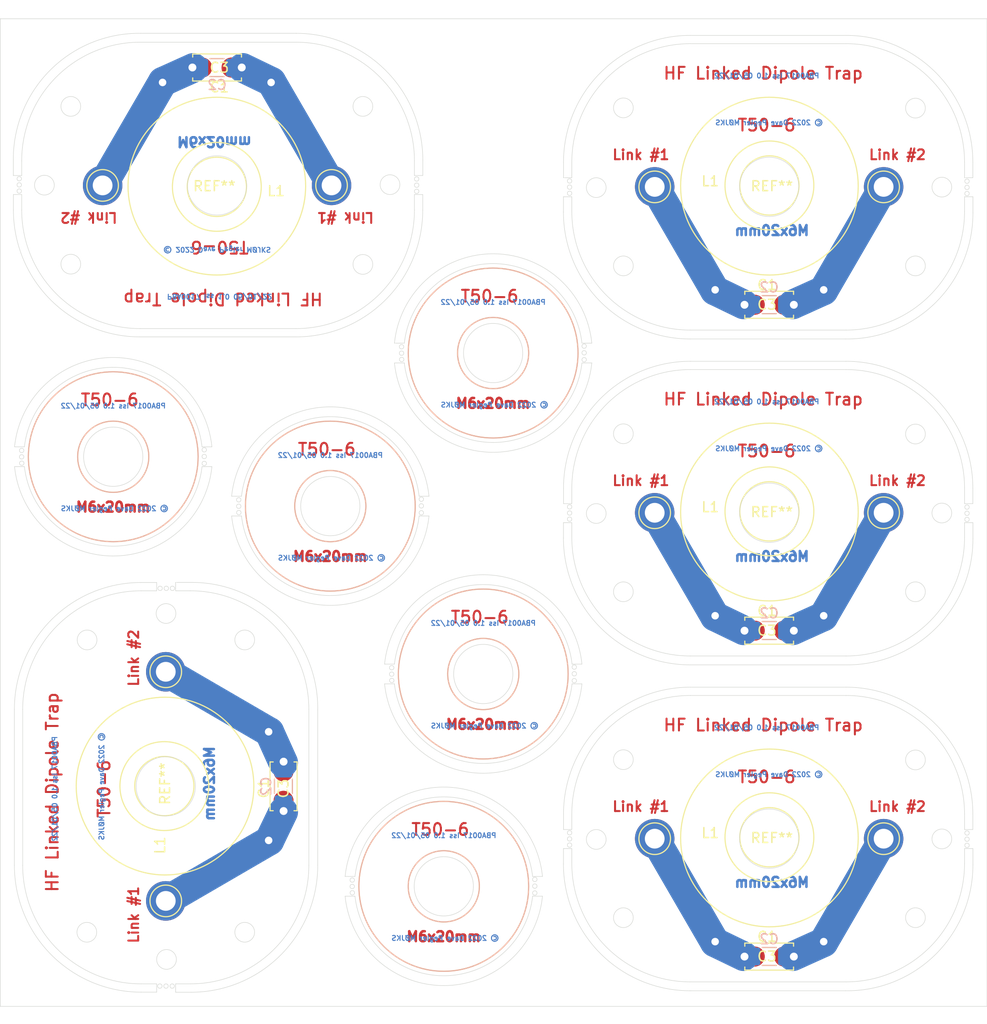
<source format=kicad_pcb>
(kicad_pcb (version 20211014) (generator pcbnew)
  (title_block (title "PBA0006 T94-6 Linked dipole trap") (date "22/9/21") (rev "1.0"))
  (layers (0 "F.Cu" signal) (31 "B.Cu" signal) (34 "B.Paste" user) (35 "F.Paste" user) (36 "B.SilkS" user "B.Silkscreen") (37 "F.SilkS" user "F.Silkscreen") (38 "B.Mask" user) (39 "F.Mask" user) (44 "Edge.Cuts" user))
  (net 0 "")
  (net 1 "Net-(C1-Pad2)")
  (net 2 "Net-(C1-Pad1)")
  (footprint "Connector_Pin:Pin_D1.3mm_L11.0mm" (layer "F.Cu") (at 158.625 55.075)
    (fp_text reference "H2" (at 0 0) (layer "F.SilkS"))
    (fp_text value "MountingHole_Pad")
    (pad "1" thru_hole circle locked (at 0 0) (size 4 4) (drill 2) (layers *.Cu *.Mask) (net 1 "Net-(C1-Pad2)"))
  )
  (footprint "Connector_Pin:Pin_D1.3mm_L11.0mm" (layer "F.Cu") (at 181.825 55.075)
    (fp_text reference "H4" (at 0 0) (layer "F.SilkS"))
    (fp_text value "MountingHole_Pad")
    (pad "1" thru_hole circle locked (at 0 0) (size 4 4) (drill 2) (layers *.Cu *.Mask) (net 2 "Net-(C1-Pad1)"))
  )
  (footprint "Capacitor_THT:C_Disc_D4.7mm_W2.5mm_P5.00mm" (layer "F.Cu") (at 172.725 67.015 180)
    (fp_text reference "C1" (at 2.725 2.015) (layer "F.SilkS"))
    (fp_text value "DNF")
    (pad "1" thru_hole circle locked (at 0 0 180) (size 1.6 1.6) (drill 0.8) (layers *.Cu *.Mask) (net 2 "Net-(C1-Pad1)"))
    (pad "2" thru_hole circle locked (at 5 0 180) (size 1.6 1.6) (drill 0.8) (layers *.Cu *.Mask) (net 1 "Net-(C1-Pad2)"))
  )
  (footprint "Butterworth-3-pole:L_Toroid_Horizontal_D18.0mm_P9.00mm_T50-6" (layer "F.Cu") (at 170.25 73.5)
    (fp_text reference "L1" (at -6 -19) (layer "F.SilkS"))
    (fp_text value "Device_L")
    (fp_text user "REF**" (at 0.25 -18.5) (layer "F.SilkS"))
    (pad "1" thru_hole circle locked (at -5.5 -8) (size 2.5 2.5) (drill 0.762) (layers *.Cu *.Mask) (net 1 "Net-(C1-Pad2)"))
    (pad "2" thru_hole circle locked (at 5.5 -8) (size 2.5 2.5) (drill 0.762) (layers *.Cu *.Mask) (net 2 "Net-(C1-Pad1)"))
  )
  (footprint "Capacitor_SMD:C_1206_3216Metric" (layer "F.Cu") (at 170.25 67 180)
    (fp_text reference "C3" (at 0.25 0) (layer "F.SilkS"))
    (fp_text value "100pF")
    (pad "1" smd roundrect locked (at -1.475 0 180) (size 1.15 1.8) (layers "F.Cu" "F.Paste" "F.Mask") (roundrect_rratio 0.2173904348) (net 2 "Net-(C1-Pad1)"))
    (pad "2" smd roundrect locked (at 1.475 0 180) (size 1.15 1.8) (layers "F.Cu" "F.Paste" "F.Mask") (roundrect_rratio 0.2173904348) (net 1 "Net-(C1-Pad2)"))
  )
  (footprint "Butterworth-3-pole:L_Toroid_Horizontal_D18.0mm_P9.00mm_T50-6" (layer "F.Cu") (at 170.25 139.5)
    (fp_text reference "L1" (at -6 -19) (layer "F.SilkS"))
    (fp_text value "Device_L")
    (fp_text user "REF**" (at 0.25 -18.5) (layer "F.SilkS"))
    (pad "1" thru_hole circle locked (at -5.5 -8) (size 2.5 2.5) (drill 0.762) (layers *.Cu *.Mask) (net 1 "Net-(C1-Pad2)"))
    (pad "2" thru_hole circle locked (at 5.5 -8) (size 2.5 2.5) (drill 0.762) (layers *.Cu *.Mask) (net 2 "Net-(C1-Pad1)"))
  )
  (footprint "Connector_Pin:Pin_D1.3mm_L11.0mm" (layer "F.Cu") (at 181.825 88.075)
    (fp_text reference "H4" (at 0 0) (layer "F.SilkS"))
    (fp_text value "MountingHole_Pad")
    (pad "1" thru_hole circle locked (at 0 0) (size 4 4) (drill 2) (layers *.Cu *.Mask) (net 2 "Net-(C1-Pad1)"))
  )
  (footprint "Connector_Pin:Pin_D1.3mm_L11.0mm" (layer "F.Cu") (at 158.625 88.075)
    (fp_text reference "H2" (at 0 0) (layer "F.SilkS"))
    (fp_text value "MountingHole_Pad")
    (pad "1" thru_hole circle locked (at 0 0) (size 4 4) (drill 2) (layers *.Cu *.Mask) (net 1 "Net-(C1-Pad2)"))
  )
  (footprint "Capacitor_SMD:C_1206_3216Metric" (layer "F.Cu") (at 170.25 100 180)
    (fp_text reference "C3" (at 0.25 0) (layer "F.SilkS"))
    (fp_text value "100pF")
    (pad "1" smd roundrect locked (at -1.475 0 180) (size 1.15 1.8) (layers "F.Cu" "F.Paste" "F.Mask") (roundrect_rratio 0.2173904348) (net 2 "Net-(C1-Pad1)"))
    (pad "2" smd roundrect locked (at 1.475 0 180) (size 1.15 1.8) (layers "F.Cu" "F.Paste" "F.Mask") (roundrect_rratio 0.2173904348) (net 1 "Net-(C1-Pad2)"))
  )
  (footprint "Butterworth-3-pole:L_Toroid_Horizontal_D18.0mm_P9.00mm_T50-6" (layer "F.Cu") (at 170.25 106.5)
    (fp_text reference "L1" (at -6 -19) (layer "F.SilkS"))
    (fp_text value "Device_L")
    (fp_text user "REF**" (at 0.25 -18.5) (layer "F.SilkS"))
    (pad "1" thru_hole circle locked (at -5.5 -8) (size 2.5 2.5) (drill 0.762) (layers *.Cu *.Mask) (net 1 "Net-(C1-Pad2)"))
    (pad "2" thru_hole circle locked (at 5.5 -8) (size 2.5 2.5) (drill 0.762) (layers *.Cu *.Mask) (net 2 "Net-(C1-Pad1)"))
  )
  (footprint "Capacitor_THT:C_Disc_D4.7mm_W2.5mm_P5.00mm" (layer "F.Cu") (at 172.725 100.015 180)
    (fp_text reference "C1" (at 2.725 2.015) (layer "F.SilkS"))
    (fp_text value "DNF")
    (pad "1" thru_hole circle locked (at 0 0 180) (size 1.6 1.6) (drill 0.8) (layers *.Cu *.Mask) (net 2 "Net-(C1-Pad1)"))
    (pad "2" thru_hole circle locked (at 5 0 180) (size 1.6 1.6) (drill 0.8) (layers *.Cu *.Mask) (net 1 "Net-(C1-Pad2)"))
  )
  (footprint "Capacitor_THT:C_Disc_D4.7mm_W2.5mm_P5.00mm" (layer "F.Cu") (at 172.725 133.015 180)
    (fp_text reference "C1" (at 2.725 2.015) (layer "F.SilkS"))
    (fp_text value "DNF")
    (pad "1" thru_hole circle locked (at 0 0 180) (size 1.6 1.6) (drill 0.8) (layers *.Cu *.Mask) (net 2 "Net-(C1-Pad1)"))
    (pad "2" thru_hole circle locked (at 5 0 180) (size 1.6 1.6) (drill 0.8) (layers *.Cu *.Mask) (net 1 "Net-(C1-Pad2)"))
  )
  (footprint "Capacitor_SMD:C_1206_3216Metric" (layer "F.Cu") (at 170.25 133 180)
    (fp_text reference "C3" (at 0.25 0) (layer "F.SilkS"))
    (fp_text value "100pF")
    (pad "1" smd roundrect locked (at -1.475 0 180) (size 1.15 1.8) (layers "F.Cu" "F.Paste" "F.Mask") (roundrect_rratio 0.2173904348) (net 2 "Net-(C1-Pad1)"))
    (pad "2" smd roundrect locked (at 1.475 0 180) (size 1.15 1.8) (layers "F.Cu" "F.Paste" "F.Mask") (roundrect_rratio 0.2173904348) (net 1 "Net-(C1-Pad2)"))
  )
  (footprint "Connector_Pin:Pin_D1.3mm_L11.0mm" (layer "F.Cu") (at 158.625 121.075)
    (fp_text reference "H2" (at 0 0) (layer "F.SilkS"))
    (fp_text value "MountingHole_Pad")
    (pad "1" thru_hole circle locked (at 0 0) (size 4 4) (drill 2) (layers *.Cu *.Mask) (net 1 "Net-(C1-Pad2)"))
  )
  (footprint "Connector_Pin:Pin_D1.3mm_L11.0mm" (layer "F.Cu") (at 181.825 121.075)
    (fp_text reference "H4" (at 0 0) (layer "F.SilkS"))
    (fp_text value "MountingHole_Pad")
    (pad "1" thru_hole circle locked (at 0 0) (size 4 4) (drill 2) (layers *.Cu *.Mask) (net 2 "Net-(C1-Pad1)"))
  )
  (footprint "Connector_Pin:Pin_D1.3mm_L11.0mm" (layer "F.Cu") (at 109.075 127.375 90)
    (fp_text reference "H2" (at 0 0 90) (layer "F.SilkS"))
    (fp_text value "MountingHole_Pad")
    (pad "1" thru_hole circle locked (at 0 0 90) (size 4 4) (drill 2) (layers *.Cu *.Mask) (net 1 "Net-(C1-Pad2)"))
  )
  (footprint "Connector_Pin:Pin_D1.3mm_L11.0mm" (layer "F.Cu") (at 109.075 104.175 90)
    (fp_text reference "H4" (at 0 0 90) (layer "F.SilkS"))
    (fp_text value "MountingHole_Pad")
    (pad "1" thru_hole circle locked (at 0 0 90) (size 4 4) (drill 2) (layers *.Cu *.Mask) (net 2 "Net-(C1-Pad1)"))
  )
  (footprint "Capacitor_THT:C_Disc_D4.7mm_W2.5mm_P5.00mm" (layer "F.Cu") (at 121.015 113.275 -90)
    (fp_text reference "C1" (at 2.725 2.015 90) (layer "F.SilkS"))
    (fp_text value "DNF")
    (pad "1" thru_hole circle locked (at 0 0 270) (size 1.6 1.6) (drill 0.8) (layers *.Cu *.Mask) (net 2 "Net-(C1-Pad1)"))
    (pad "2" thru_hole circle locked (at 5 0 270) (size 1.6 1.6) (drill 0.8) (layers *.Cu *.Mask) (net 1 "Net-(C1-Pad2)"))
  )
  (footprint "Butterworth-3-pole:L_Toroid_Horizontal_D18.0mm_P9.00mm_T50-6" (layer "F.Cu") (at 127.5 115.75 90)
    (fp_text reference "L1" (at -6 -19 90) (layer "F.SilkS"))
    (fp_text value "Device_L")
    (fp_text user "REF**" (at 0.25 -18.5 90) (layer "F.SilkS"))
    (pad "1" thru_hole circle locked (at -5.5 -8 90) (size 2.5 2.5) (drill 0.762) (layers *.Cu *.Mask) (net 1 "Net-(C1-Pad2)"))
    (pad "2" thru_hole circle locked (at 5.5 -8 90) (size 2.5 2.5) (drill 0.762) (layers *.Cu *.Mask) (net 2 "Net-(C1-Pad1)"))
  )
  (footprint "Capacitor_SMD:C_1206_3216Metric" (layer "F.Cu") (at 121 115.75 -90)
    (fp_text reference "C3" (at 0.25 0 90) (layer "F.SilkS"))
    (fp_text value "100pF")
    (pad "1" smd roundrect locked (at -1.475 0 270) (size 1.15 1.8) (layers "F.Cu" "F.Paste" "F.Mask") (roundrect_rratio 0.2173904348) (net 2 "Net-(C1-Pad1)"))
    (pad "2" smd roundrect locked (at 1.475 0 270) (size 1.15 1.8) (layers "F.Cu" "F.Paste" "F.Mask") (roundrect_rratio 0.2173904348) (net 1 "Net-(C1-Pad2)"))
  )
  (footprint "Connector_Pin:Pin_D1.3mm_L11.0mm" (layer "F.Cu") (at 125.875 54.925 180)
    (fp_text reference "H2" (at 0 0) (layer "F.SilkS"))
    (fp_text value "MountingHole_Pad")
    (pad "1" thru_hole circle locked (at 0 0 180) (size 4 4) (drill 2) (layers *.Cu *.Mask) (net 1 "Net-(C1-Pad2)"))
  )
  (footprint "Connector_Pin:Pin_D1.3mm_L11.0mm" (layer "F.Cu") (at 102.675 54.925 180)
    (fp_text reference "H4" (at 0 0) (layer "F.SilkS"))
    (fp_text value "MountingHole_Pad")
    (pad "1" thru_hole circle locked (at 0 0 180) (size 4 4) (drill 2) (layers *.Cu *.Mask) (net 2 "Net-(C1-Pad1)"))
  )
  (footprint "Capacitor_THT:C_Disc_D4.7mm_W2.5mm_P5.00mm" (layer "F.Cu") (at 111.775 42.985)
    (fp_text reference "C1" (at 2.725 2.015) (layer "F.SilkS"))
    (fp_text value "DNF")
    (pad "1" thru_hole circle locked (at 0 0) (size 1.6 1.6) (drill 0.8) (layers *.Cu *.Mask) (net 2 "Net-(C1-Pad1)"))
    (pad "2" thru_hole circle locked (at 5 0) (size 1.6 1.6) (drill 0.8) (layers *.Cu *.Mask) (net 1 "Net-(C1-Pad2)"))
  )
  (footprint "Butterworth-3-pole:L_Toroid_Horizontal_D18.0mm_P9.00mm_T50-6" (layer "F.Cu") (at 114.25 36.5 180)
    (fp_text reference "L1" (at -6 -19) (layer "F.SilkS"))
    (fp_text value "Device_L")
    (fp_text user "REF**" (at 0.25 -18.5) (layer "F.SilkS"))
    (pad "1" thru_hole circle locked (at -5.5 -8 180) (size 2.5 2.5) (drill 0.762) (layers *.Cu *.Mask) (net 1 "Net-(C1-Pad2)"))
    (pad "2" thru_hole circle locked (at 5.5 -8 180) (size 2.5 2.5) (drill 0.762) (layers *.Cu *.Mask) (net 2 "Net-(C1-Pad1)"))
  )
  (footprint "Capacitor_SMD:C_1206_3216Metric" (layer "F.Cu") (at 114.25 43)
    (fp_text reference "C3" (at 0.25 0) (layer "F.SilkS"))
    (fp_text value "100pF")
    (pad "1" smd roundrect locked (at -1.475 0) (size 1.15 1.8) (layers "F.Cu" "F.Paste" "F.Mask") (roundrect_rratio 0.2173904348) (net 2 "Net-(C1-Pad1)"))
    (pad "2" smd roundrect locked (at 1.475 0) (size 1.15 1.8) (layers "F.Cu" "F.Paste" "F.Mask") (roundrect_rratio 0.2173904348) (net 1 "Net-(C1-Pad2)"))
  )
  (footprint "Capacitor_SMD:C_1206_3216Metric" (layer "B.Cu") (at 170.225 67 180)
    (fp_text reference "C2" (at 0 1.75) (layer "B.SilkS") (effects (justify mirror)))
    (fp_text value "DNF")
    (pad "1" smd roundrect locked (at -1.475 0 180) (size 1.15 1.8) (layers "B.Cu" "B.Paste" "B.Mask") (roundrect_rratio 0.2173904348) (net 2 "Net-(C1-Pad1)"))
    (pad "2" smd roundrect locked (at 1.475 0 180) (size 1.15 1.8) (layers "B.Cu" "B.Paste" "B.Mask") (roundrect_rratio 0.2173904348) (net 1 "Net-(C1-Pad2)"))
  )
  (footprint "Capacitor_SMD:C_1206_3216Metric" (layer "B.Cu") (at 170.225 100 180)
    (fp_text reference "C2" (at 0 1.75) (layer "B.SilkS") (effects (justify mirror)))
    (fp_text value "DNF")
    (pad "1" smd roundrect locked (at -1.475 0 180) (size 1.15 1.8) (layers "B.Cu" "B.Paste" "B.Mask") (roundrect_rratio 0.2173904348) (net 2 "Net-(C1-Pad1)"))
    (pad "2" smd roundrect locked (at 1.475 0 180) (size 1.15 1.8) (layers "B.Cu" "B.Paste" "B.Mask") (roundrect_rratio 0.2173904348) (net 1 "Net-(C1-Pad2)"))
  )
  (footprint "Capacitor_SMD:C_1206_3216Metric" (layer "B.Cu") (at 170.225 133 180)
    (fp_text reference "C2" (at 0 1.75) (layer "B.SilkS") (effects (justify mirror)))
    (fp_text value "DNF")
    (pad "1" smd roundrect locked (at -1.475 0 180) (size 1.15 1.8) (layers "B.Cu" "B.Paste" "B.Mask") (roundrect_rratio 0.2173904348) (net 2 "Net-(C1-Pad1)"))
    (pad "2" smd roundrect locked (at 1.475 0 180) (size 1.15 1.8) (layers "B.Cu" "B.Paste" "B.Mask") (roundrect_rratio 0.2173904348) (net 1 "Net-(C1-Pad2)"))
  )
  (footprint "Capacitor_SMD:C_1206_3216Metric" (layer "B.Cu") (at 121 115.775 -90)
    (fp_text reference "C2" (at 0 1.75 90) (layer "B.SilkS") (effects (justify mirror)))
    (fp_text value "DNF")
    (pad "1" smd roundrect locked (at -1.475 0 270) (size 1.15 1.8) (layers "B.Cu" "B.Paste" "B.Mask") (roundrect_rratio 0.2173904348) (net 2 "Net-(C1-Pad1)"))
    (pad "2" smd roundrect locked (at 1.475 0 270) (size 1.15 1.8) (layers "B.Cu" "B.Paste" "B.Mask") (roundrect_rratio 0.2173904348) (net 1 "Net-(C1-Pad2)"))
  )
  (footprint "Capacitor_SMD:C_1206_3216Metric" (layer "B.Cu") (at 114.275 43)
    (fp_text reference "C2" (at 0 1.75) (layer "B.SilkS") (effects (justify mirror)))
    (fp_text value "DNF")
    (pad "1" smd roundrect locked (at -1.475 0) (size 1.15 1.8) (layers "B.Cu" "B.Paste" "B.Mask") (roundrect_rratio 0.2173904348) (net 2 "Net-(C1-Pad1)"))
    (pad "2" smd roundrect locked (at 1.475 0) (size 1.15 1.8) (layers "B.Cu" "B.Paste" "B.Mask") (roundrect_rratio 0.2173904348) (net 1 "Net-(C1-Pad2)"))
  )
  (gr_circle (center 137.25 125.9) (end 133.644449 125.9) (layer "B.SilkS") (width 0.12) (fill none))
  (gr_circle (center 137.25 125.9) (end 128.647675 125.9) (layer "B.SilkS") (width 0.12) (fill none))
  (gr_circle (center 141.25 104.4) (end 137.644449 104.4) (layer "B.SilkS") (width 0.12) (fill none))
  (gr_circle (center 141.25 104.4) (end 132.647675 104.4) (layer "B.SilkS") (width 0.12) (fill none))
  (gr_circle (center 142.25 71.9) (end 138.644449 71.9) (layer "B.SilkS") (width 0.12) (fill none))
  (gr_circle (center 142.25 71.9) (end 133.647675 71.9) (layer "B.SilkS") (width 0.12) (fill none))
  (gr_circle (center 103.75 82.4) (end 100.144449 82.4) (layer "B.SilkS") (width 0.12) (fill none))
  (gr_circle (center 103.75 82.4) (end 95.147675 82.4) (layer "B.SilkS") (width 0.12) (fill none))
  (gr_circle (center 125.75 87.4) (end 122.144449 87.4) (layer "B.SilkS") (width 0.12) (fill none))
  (gr_circle (center 125.75 87.4) (end 117.147675 87.4) (layer "B.SilkS") (width 0.12) (fill none))
  (gr_circle (center 137.25 125.9) (end 142.25 132.9) (layer "F.SilkS") (width 0.12) (fill none))
  (gr_circle (center 137.25 125.9) (end 139.25 128.9) (layer "F.SilkS") (width 0.12) (fill none))
  (gr_circle (center 141.25 104.4) (end 146.25 111.4) (layer "F.SilkS") (width 0.12) (fill none))
  (gr_circle (center 141.25 104.4) (end 143.25 107.4) (layer "F.SilkS") (width 0.12) (fill none))
  (gr_circle (center 142.25 71.9) (end 147.25 78.9) (layer "F.SilkS") (width 0.12) (fill none))
  (gr_circle (center 142.25 71.9) (end 144.25 74.9) (layer "F.SilkS") (width 0.12) (fill none))
  (gr_circle (center 103.75 82.4) (end 108.75 89.4) (layer "F.SilkS") (width 0.12) (fill none))
  (gr_circle (center 103.75 82.4) (end 105.75 85.4) (layer "F.SilkS") (width 0.12) (fill none))
  (gr_circle (center 125.75 87.4) (end 130.75 94.4) (layer "F.SilkS") (width 0.12) (fill none))
  (gr_circle (center 125.75 87.4) (end 127.75 90.4) (layer "F.SilkS") (width 0.12) (fill none))
  (gr_line (start 92.3 138.05) (end 92.3 38.05) (layer "Edge.Cuts") (width 0.05))
  (gr_line (start 192.3 138.05) (end 192.3 38.05) (layer "Edge.Cuts") (width 0.05))
  (gr_line (start 92.3 38.05) (end 192.3 38.05) (layer "Edge.Cuts") (width 0.05))
  (gr_line (start 192.3 138.05) (end 92.3 138.05) (layer "Edge.Cuts") (width 0.05))
  (gr_arc (start 190.875 57.725) (mid 187.083807 66.797477) (end 177.964662 70.475) (layer "Edge.Cuts") (width 0.05))
  (gr_line (start 162.225 39.734342) (end 178.025 39.734342) (layer "Edge.Cuts") (width 0.05))
  (gr_line (start 162.215658 70.475) (end 177.964662 70.475) (layer "Edge.Cuts") (width 0.05))
  (gr_arc (start 178.025 40.575) (mid 186.510281 44.089719) (end 190.025 52.575) (layer "Edge.Cuts") (width 0.05))
  (gr_arc (start 178.025 39.734342) (mid 187.104716 43.495284) (end 190.865658 52.575) (layer "Edge.Cuts") (width 0.05))
  (gr_circle (center 155.45 47.075) (end 154.45 47.075) (layer "Edge.Cuts") (width 0.05) (fill none))
  (gr_circle (center 152.7 55.15) (end 151.7 55.15) (layer "Edge.Cuts") (width 0.05) (fill none))
  (gr_circle (center 185.05 47.1) (end 184.05 47.1) (layer "Edge.Cuts") (width 0.05) (fill none))
  (gr_line (start 190.865658 54.15) (end 190.025 54.15) (layer "Edge.Cuts") (width 0.05))
  (gr_circle (center 190.275 55.75) (end 190.375 55.95) (layer "Edge.Cuts") (width 0.05) (fill none))
  (gr_circle (center 150 55.098606) (end 149.9 54.898606) (layer "Edge.Cuts") (width 0.05) (fill none))
  (gr_circle (center 150 55.725) (end 149.9 55.525) (layer "Edge.Cuts") (width 0.05) (fill none))
  (gr_line (start 150.225 52.575) (end 150.225 54.15) (layer "Edge.Cuts") (width 0.05))
  (gr_line (start 190.875 56.075) (end 190.875 57.725) (layer "Edge.Cuts") (width 0.05))
  (gr_circle (center 185.05 63.075) (end 184.05 63.075) (layer "Edge.Cuts") (width 0.05) (fill none))
  (gr_arc (start 162.225 69.575) (mid 153.739719 66.060281) (end 150.225 57.575) (layer "Edge.Cuts") (width 0.05))
  (gr_arc (start 190.025 57.575) (mid 186.510281 66.060281) (end 178.025 69.575) (layer "Edge.Cuts") (width 0.05))
  (gr_arc (start 149.384342 52.575) (mid 153.145284 43.495284) (end 162.225 39.734342) (layer "Edge.Cuts") (width 0.05))
  (gr_circle (center 150 54.475) (end 149.9 54.275) (layer "Edge.Cuts") (width 0.05) (fill none))
  (gr_line (start 190.025 52.575) (end 190.025 54.15) (layer "Edge.Cuts") (width 0.05))
  (gr_circle (center 155.45 63.075) (end 154.45 63.075) (layer "Edge.Cuts") (width 0.05) (fill none))
  (gr_arc (start 150.225 52.575) (mid 153.739719 44.089719) (end 162.225 40.575) (layer "Edge.Cuts") (width 0.05))
  (gr_line (start 178.025 40.575) (end 162.225 40.575) (layer "Edge.Cuts") (width 0.05))
  (gr_circle (center 170.22479 55.075) (end 167.22479 55.039467) (layer "Edge.Cuts") (width 0.05) (fill none))
  (gr_line (start 178.025 69.575) (end 162.225 69.575) (layer "Edge.Cuts") (width 0.05))
  (gr_line (start 150.225 56.075) (end 150.225 57.575) (layer "Edge.Cuts") (width 0.05))
  (gr_arc (start 162.215658 70.475) (mid 153.135942 66.714058) (end 149.375 57.634342) (layer "Edge.Cuts") (width 0.05))
  (gr_line (start 149.375 56.075) (end 150.225 56.075) (layer "Edge.Cuts") (width 0.05))
  (gr_line (start 149.384342 54.15) (end 150.225 54.15) (layer "Edge.Cuts") (width 0.05))
  (gr_line (start 190.025 56.075) (end 190.025 57.575) (layer "Edge.Cuts") (width 0.05))
  (gr_circle (center 190.275 54.5) (end 190.375 54.7) (layer "Edge.Cuts") (width 0.05) (fill none))
  (gr_circle (center 187.725 55.1) (end 186.725 55.1) (layer "Edge.Cuts") (width 0.05) (fill none))
  (gr_line (start 149.375 57.634342) (end 149.375 56.075) (layer "Edge.Cuts") (width 0.05))
  (gr_line (start 149.384342 54.15) (end 149.384342 52.575) (layer "Edge.Cuts") (width 0.05))
  (gr_line (start 190.865658 52.575) (end 190.865658 54.15) (layer "Edge.Cuts") (width 0.05))
  (gr_circle (center 190.275 55.126394) (end 190.375 55.326394) (layer "Edge.Cuts") (width 0.05) (fill none))
  (gr_line (start 190.875 56.075) (end 190.025 56.075) (layer "Edge.Cuts") (width 0.05))
  (gr_circle (center 150 88.098606) (end 149.9 87.898606) (layer "Edge.Cuts") (width 0.05) (fill none))
  (gr_circle (center 150 88.725) (end 149.9 88.525) (layer "Edge.Cuts") (width 0.05) (fill none))
  (gr_line (start 150.225 85.575) (end 150.225 87.15) (layer "Edge.Cuts") (width 0.05))
  (gr_circle (center 190.275 88.75) (end 190.375 88.95) (layer "Edge.Cuts") (width 0.05) (fill none))
  (gr_line (start 190.865658 87.15) (end 190.025 87.15) (layer "Edge.Cuts") (width 0.05))
  (gr_circle (center 185.05 80.1) (end 184.05 80.1) (layer "Edge.Cuts") (width 0.05) (fill none))
  (gr_circle (center 152.7 88.15) (end 151.7 88.15) (layer "Edge.Cuts") (width 0.05) (fill none))
  (gr_circle (center 155.45 80.075) (end 154.45 80.075) (layer "Edge.Cuts") (width 0.05) (fill none))
  (gr_arc (start 178.025 72.734342) (mid 187.104716 76.495284) (end 190.865658 85.575) (layer "Edge.Cuts") (width 0.05))
  (gr_arc (start 178.025 73.575) (mid 186.510281 77.089719) (end 190.025 85.575) (layer "Edge.Cuts") (width 0.05))
  (gr_line (start 162.215658 103.475) (end 177.964662 103.475) (layer "Edge.Cuts") (width 0.05))
  (gr_line (start 162.225 72.734342) (end 178.025 72.734342) (layer "Edge.Cuts") (width 0.05))
  (gr_arc (start 190.875 90.725) (mid 187.083807 99.797477) (end 177.964662 103.475) (layer "Edge.Cuts") (width 0.05))
  (gr_line (start 190.875 89.075) (end 190.025 89.075) (layer "Edge.Cuts") (width 0.05))
  (gr_circle (center 190.275 88.126394) (end 190.375 88.326394) (layer "Edge.Cuts") (width 0.05) (fill none))
  (gr_line (start 190.865658 85.575) (end 190.865658 87.15) (layer "Edge.Cuts") (width 0.05))
  (gr_line (start 149.384342 87.15) (end 149.384342 85.575) (layer "Edge.Cuts") (width 0.05))
  (gr_line (start 149.375 90.634342) (end 149.375 89.075) (layer "Edge.Cuts") (width 0.05))
  (gr_circle (center 187.725 88.1) (end 186.725 88.1) (layer "Edge.Cuts") (width 0.05) (fill none))
  (gr_circle (center 190.275 87.5) (end 190.375 87.7) (layer "Edge.Cuts") (width 0.05) (fill none))
  (gr_line (start 190.025 89.075) (end 190.025 90.575) (layer "Edge.Cuts") (width 0.05))
  (gr_line (start 149.384342 87.15) (end 150.225 87.15) (layer "Edge.Cuts") (width 0.05))
  (gr_line (start 149.375 89.075) (end 150.225 89.075) (layer "Edge.Cuts") (width 0.05))
  (gr_arc (start 162.215658 103.475) (mid 153.135942 99.714058) (end 149.375 90.634342) (layer "Edge.Cuts") (width 0.05))
  (gr_line (start 150.225 89.075) (end 150.225 90.575) (layer "Edge.Cuts") (width 0.05))
  (gr_line (start 178.025 102.575) (end 162.225 102.575) (layer "Edge.Cuts") (width 0.05))
  (gr_circle (center 170.22479 88.075) (end 167.22479 88.039467) (layer "Edge.Cuts") (width 0.05) (fill none))
  (gr_line (start 178.025 73.575) (end 162.225 73.575) (layer "Edge.Cuts") (width 0.05))
  (gr_arc (start 150.225 85.575) (mid 153.739719 77.089719) (end 162.225 73.575) (layer "Edge.Cuts") (width 0.05))
  (gr_circle (center 155.45 96.075) (end 154.45 96.075) (layer "Edge.Cuts") (width 0.05) (fill none))
  (gr_line (start 190.025 85.575) (end 190.025 87.15) (layer "Edge.Cuts") (width 0.05))
  (gr_circle (center 150 87.475) (end 149.9 87.275) (layer "Edge.Cuts") (width 0.05) (fill none))
  (gr_arc (start 149.384342 85.575) (mid 153.145284 76.495284) (end 162.225 72.734342) (layer "Edge.Cuts") (width 0.05))
  (gr_arc (start 190.025 90.575) (mid 186.510281 99.060281) (end 178.025 102.575) (layer "Edge.Cuts") (width 0.05))
  (gr_arc (start 162.225 102.575) (mid 153.739719 99.060281) (end 150.225 90.575) (layer "Edge.Cuts") (width 0.05))
  (gr_circle (center 185.05 96.075) (end 184.05 96.075) (layer "Edge.Cuts") (width 0.05) (fill none))
  (gr_line (start 190.875 89.075) (end 190.875 90.725) (layer "Edge.Cuts") (width 0.05))
  (gr_line (start 190.875 122.075) (end 190.875 123.725) (layer "Edge.Cuts") (width 0.05))
  (gr_circle (center 185.05 129.075) (end 184.05 129.075) (layer "Edge.Cuts") (width 0.05) (fill none))
  (gr_arc (start 162.225 135.575) (mid 153.739719 132.060281) (end 150.225 123.575) (layer "Edge.Cuts") (width 0.05))
  (gr_arc (start 190.025 123.575) (mid 186.510281 132.060281) (end 178.025 135.575) (layer "Edge.Cuts") (width 0.05))
  (gr_arc (start 149.384342 118.575) (mid 153.145284 109.495284) (end 162.225 105.734342) (layer "Edge.Cuts") (width 0.05))
  (gr_circle (center 150 120.475) (end 149.9 120.275) (layer "Edge.Cuts") (width 0.05) (fill none))
  (gr_line (start 190.025 118.575) (end 190.025 120.15) (layer "Edge.Cuts") (width 0.05))
  (gr_circle (center 155.45 129.075) (end 154.45 129.075) (layer "Edge.Cuts") (width 0.05) (fill none))
  (gr_arc (start 150.225 118.575) (mid 153.739719 110.089719) (end 162.225 106.575) (layer "Edge.Cuts") (width 0.05))
  (gr_line (start 178.025 106.575) (end 162.225 106.575) (layer "Edge.Cuts") (width 0.05))
  (gr_circle (center 170.22479 121.075) (end 167.22479 121.039467) (layer "Edge.Cuts") (width 0.05) (fill none))
  (gr_line (start 178.025 135.575) (end 162.225 135.575) (layer "Edge.Cuts") (width 0.05))
  (gr_line (start 150.225 122.075) (end 150.225 123.575) (layer "Edge.Cuts") (width 0.05))
  (gr_arc (start 162.215658 136.475) (mid 153.135942 132.714058) (end 149.375 123.634342) (layer "Edge.Cuts") (width 0.05))
  (gr_line (start 149.375 122.075) (end 150.225 122.075) (layer "Edge.Cuts") (width 0.05))
  (gr_line (start 149.384342 120.15) (end 150.225 120.15) (layer "Edge.Cuts") (width 0.05))
  (gr_line (start 190.025 122.075) (end 190.025 123.575) (layer "Edge.Cuts") (width 0.05))
  (gr_circle (center 190.275 120.5) (end 190.375 120.7) (layer "Edge.Cuts") (width 0.05) (fill none))
  (gr_circle (center 187.725 121.1) (end 186.725 121.1) (layer "Edge.Cuts") (width 0.05) (fill none))
  (gr_line (start 149.375 123.634342) (end 149.375 122.075) (layer "Edge.Cuts") (width 0.05))
  (gr_line (start 149.384342 120.15) (end 149.384342 118.575) (layer "Edge.Cuts") (width 0.05))
  (gr_line (start 190.865658 118.575) (end 190.865658 120.15) (layer "Edge.Cuts") (width 0.05))
  (gr_circle (center 190.275 121.126394) (end 190.375 121.326394) (layer "Edge.Cuts") (width 0.05) (fill none))
  (gr_line (start 190.875 122.075) (end 190.025 122.075) (layer "Edge.Cuts") (width 0.05))
  (gr_arc (start 190.875 123.725) (mid 187.083807 132.797477) (end 177.964662 136.475) (layer "Edge.Cuts") (width 0.05))
  (gr_line (start 162.225 105.734342) (end 178.025 105.734342) (layer "Edge.Cuts") (width 0.05))
  (gr_line (start 162.215658 136.475) (end 177.964662 136.475) (layer "Edge.Cuts") (width 0.05))
  (gr_arc (start 178.025 106.575) (mid 186.510281 110.089719) (end 190.025 118.575) (layer "Edge.Cuts") (width 0.05))
  (gr_arc (start 178.025 105.734342) (mid 187.104716 109.495284) (end 190.865658 118.575) (layer "Edge.Cuts") (width 0.05))
  (gr_circle (center 155.45 113.075) (end 154.45 113.075) (layer "Edge.Cuts") (width 0.05) (fill none))
  (gr_circle (center 152.7 121.15) (end 151.7 121.15) (layer "Edge.Cuts") (width 0.05) (fill none))
  (gr_circle (center 185.05 113.1) (end 184.05 113.1) (layer "Edge.Cuts") (width 0.05) (fill none))
  (gr_line (start 190.865658 120.15) (end 190.025 120.15) (layer "Edge.Cuts") (width 0.05))
  (gr_circle (center 190.275 121.75) (end 190.375 121.95) (layer "Edge.Cuts") (width 0.05) (fill none))
  (gr_line (start 150.225 118.575) (end 150.225 120.15) (layer "Edge.Cuts") (width 0.05))
  (gr_circle (center 150 121.725) (end 149.9 121.525) (layer "Edge.Cuts") (width 0.05) (fill none))
  (gr_circle (center 150 121.098606) (end 149.9 120.898606) (layer "Edge.Cuts") (width 0.05) (fill none))
  (gr_arc (start 111.725 95.125) (mid 120.797477 98.916193) (end 124.475 108.035338) (layer "Edge.Cuts") (width 0.05))
  (gr_line (start 93.734342 123.775) (end 93.734342 107.975) (layer "Edge.Cuts") (width 0.05))
  (gr_line (start 124.475 123.784342) (end 124.475 108.035338) (layer "Edge.Cuts") (width 0.05))
  (gr_arc (start 94.575 107.975) (mid 98.089719 99.489719) (end 106.575 95.975) (layer "Edge.Cuts") (width 0.05))
  (gr_arc (start 93.734342 107.975) (mid 97.495284 98.895284) (end 106.575 95.134342) (layer "Edge.Cuts") (width 0.05))
  (gr_circle (center 101.075 130.55) (end 101.075 131.55) (layer "Edge.Cuts") (width 0.05) (fill none))
  (gr_circle (center 109.15 133.3) (end 109.15 134.3) (layer "Edge.Cuts") (width 0.05) (fill none))
  (gr_circle (center 101.1 100.95) (end 101.1 101.95) (layer "Edge.Cuts") (width 0.05) (fill none))
  (gr_line (start 108.15 95.134342) (end 108.15 95.975) (layer "Edge.Cuts") (width 0.05))
  (gr_circle (center 109.75 95.725) (end 109.95 95.625) (layer "Edge.Cuts") (width 0.05) (fill none))
  (gr_circle (center 109.098606 136) (end 108.898606 136.1) (layer "Edge.Cuts") (width 0.05) (fill none))
  (gr_circle (center 109.725 136) (end 109.525 136.1) (layer "Edge.Cuts") (width 0.05) (fill none))
  (gr_line (start 106.575 135.775) (end 108.15 135.775) (layer "Edge.Cuts") (width 0.05))
  (gr_line (start 110.075 95.125) (end 111.725 95.125) (layer "Edge.Cuts") (width 0.05))
  (gr_circle (center 117.075 100.95) (end 117.075 101.95) (layer "Edge.Cuts") (width 0.05) (fill none))
  (gr_arc (start 123.575 123.775) (mid 120.060281 132.260281) (end 111.575 135.775) (layer "Edge.Cuts") (width 0.05))
  (gr_arc (start 111.575 95.975) (mid 120.060281 99.489719) (end 123.575 107.975) (layer "Edge.Cuts") (width 0.05))
  (gr_arc (start 106.575 136.615658) (mid 97.495284 132.854716) (end 93.734342 123.775) (layer "Edge.Cuts") (width 0.05))
  (gr_circle (center 108.475 136) (end 108.275 136.1) (layer "Edge.Cuts") (width 0.05) (fill none))
  (gr_line (start 106.575 95.975) (end 108.15 95.975) (layer "Edge.Cuts") (width 0.05))
  (gr_circle (center 117.075 130.55) (end 117.075 131.55) (layer "Edge.Cuts") (width 0.05) (fill none))
  (gr_arc (start 106.575 135.775) (mid 98.089719 132.260281) (end 94.575 123.775) (layer "Edge.Cuts") (width 0.05))
  (gr_line (start 94.575 107.975) (end 94.575 123.775) (layer "Edge.Cuts") (width 0.05))
  (gr_circle (center 109.075 115.77521) (end 109.039467 118.77521) (layer "Edge.Cuts") (width 0.05) (fill none))
  (gr_line (start 123.575 107.975) (end 123.575 123.775) (layer "Edge.Cuts") (width 0.05))
  (gr_line (start 110.075 135.775) (end 111.575 135.775) (layer "Edge.Cuts") (width 0.05))
  (gr_arc (start 124.475 123.784342) (mid 120.714058 132.864058) (end 111.634342 136.625) (layer "Edge.Cuts") (width 0.05))
  (gr_line (start 110.075 136.625) (end 110.075 135.775) (layer "Edge.Cuts") (width 0.05))
  (gr_line (start 108.15 136.615658) (end 108.15 135.775) (layer "Edge.Cuts") (width 0.05))
  (gr_line (start 110.075 95.975) (end 111.575 95.975) (layer "Edge.Cuts") (width 0.05))
  (gr_circle (center 108.5 95.725) (end 108.7 95.625) (layer "Edge.Cuts") (width 0.05) (fill none))
  (gr_circle (center 109.1 98.275) (end 109.1 99.275) (layer "Edge.Cuts") (width 0.05) (fill none))
  (gr_line (start 111.634342 136.625) (end 110.075 136.625) (layer "Edge.Cuts") (width 0.05))
  (gr_line (start 108.15 136.615658) (end 106.575 136.615658) (layer "Edge.Cuts") (width 0.05))
  (gr_line (start 106.575 95.134342) (end 108.15 95.134342) (layer "Edge.Cuts") (width 0.05))
  (gr_circle (center 109.126394 95.725) (end 109.326394 95.625) (layer "Edge.Cuts") (width 0.05) (fill none))
  (gr_line (start 110.075 95.125) (end 110.075 95.975) (layer "Edge.Cuts") (width 0.05))
  (gr_line (start 147.25 124.900001) (end 146.249999 124.900001) (layer "Edge.Cuts") (width 0.05))
  (gr_circle (center 137.25 125.9) (end 134.25 125.864467) (layer "Edge.Cuts") (width 0.05) (fill none))
  (gr_arc (start 146.249998 126.9) (mid 137.249999 134.955385) (end 128.25 126.9) (layer "Edge.Cuts") (width 0.05))
  (gr_arc (start 128.250001 124.9) (mid 137.25 116.844616) (end 146.249999 124.900001) (layer "Edge.Cuts") (width 0.05))
  (gr_arc (start 127.25 124.9) (mid 137.249999 115.850125) (end 147.249998 124.900001) (layer "Edge.Cuts") (width 0.05))
  (gr_arc (start 147.249998 126.900001) (mid 137.249999 135.949876) (end 127.25 126.9) (layer "Edge.Cuts") (width 0.05))
  (gr_line (start 128.250001 124.9) (end 127.25 124.9) (layer "Edge.Cuts") (width 0.05))
  (gr_line (start 128.25 126.9) (end 127.25 126.9) (layer "Edge.Cuts") (width 0.05))
  (gr_line (start 146.25 126.9) (end 147.249999 126.9) (layer "Edge.Cuts") (width 0.05))
  (gr_circle (center 146.473606 125.2) (end 146.373606 125) (layer "Edge.Cuts") (width 0.05) (fill none))
  (gr_circle (center 146.473606 125.876394) (end 146.373606 125.676394) (layer "Edge.Cuts") (width 0.05) (fill none))
  (gr_circle (center 146.473606 126.576394) (end 146.373606 126.376394) (layer "Edge.Cuts") (width 0.05) (fill none))
  (gr_circle (center 127.97 125.263606) (end 127.87 125.063606) (layer "Edge.Cuts") (width 0.05) (fill none))
  (gr_circle (center 127.98 126.553606) (end 127.88 126.353606) (layer "Edge.Cuts") (width 0.05) (fill none))
  (gr_circle (center 127.97 125.913606) (end 127.87 125.713606) (layer "Edge.Cuts") (width 0.05) (fill none))
  (gr_line (start 151.25 103.400001) (end 150.249999 103.400001) (layer "Edge.Cuts") (width 0.05))
  (gr_circle (center 141.25 104.4) (end 138.25 104.364467) (layer "Edge.Cuts") (width 0.05) (fill none))
  (gr_arc (start 150.249998 105.4) (mid 141.249999 113.455385) (end 132.25 105.4) (layer "Edge.Cuts") (width 0.05))
  (gr_arc (start 132.250001 103.4) (mid 141.25 95.344616) (end 150.249999 103.400001) (layer "Edge.Cuts") (width 0.05))
  (gr_arc (start 131.25 103.4) (mid 141.249999 94.350125) (end 151.249998 103.400001) (layer "Edge.Cuts") (width 0.05))
  (gr_arc (start 151.249998 105.400001) (mid 141.249999 114.449876) (end 131.25 105.4) (layer "Edge.Cuts") (width 0.05))
  (gr_line (start 132.250001 103.4) (end 131.25 103.4) (layer "Edge.Cuts") (width 0.05))
  (gr_line (start 132.25 105.4) (end 131.25 105.4) (layer "Edge.Cuts") (width 0.05))
  (gr_line (start 150.25 105.4) (end 151.249999 105.4) (layer "Edge.Cuts") (width 0.05))
  (gr_circle (center 150.473606 103.7) (end 150.373606 103.5) (layer "Edge.Cuts") (width 0.05) (fill none))
  (gr_circle (center 150.473606 104.376394) (end 150.373606 104.176394) (layer "Edge.Cuts") (width 0.05) (fill none))
  (gr_circle (center 150.473606 105.076394) (end 150.373606 104.876394) (layer "Edge.Cuts") (width 0.05) (fill none))
  (gr_circle (center 131.97 103.763606) (end 131.87 103.563606) (layer "Edge.Cuts") (width 0.05) (fill none))
  (gr_circle (center 131.98 105.053606) (end 131.88 104.853606) (layer "Edge.Cuts") (width 0.05) (fill none))
  (gr_circle (center 131.97 104.413606) (end 131.87 104.213606) (layer "Edge.Cuts") (width 0.05) (fill none))
  (gr_arc (start 93.625 52.275) (mid 97.416193 43.202523) (end 106.535338 39.525) (layer "Edge.Cuts") (width 0.05))
  (gr_line (start 122.275 70.265658) (end 106.475 70.265658) (layer "Edge.Cuts") (width 0.05))
  (gr_line (start 122.284342 39.525) (end 106.535338 39.525) (layer "Edge.Cuts") (width 0.05))
  (gr_arc (start 106.475 69.425) (mid 97.989719 65.910281) (end 94.475 57.425) (layer "Edge.Cuts") (width 0.05))
  (gr_arc (start 106.475 70.265658) (mid 97.395284 66.504716) (end 93.634342 57.425) (layer "Edge.Cuts") (width 0.05))
  (gr_circle (center 129.05 62.925) (end 130.05 62.925) (layer "Edge.Cuts") (width 0.05) (fill none))
  (gr_circle (center 131.8 54.85) (end 132.8 54.85) (layer "Edge.Cuts") (width 0.05) (fill none))
  (gr_circle (center 99.45 62.9) (end 100.45 62.9) (layer "Edge.Cuts") (width 0.05) (fill none))
  (gr_line (start 93.634342 55.85) (end 94.475 55.85) (layer "Edge.Cuts") (width 0.05))
  (gr_circle (center 94.225 54.25) (end 94.125 54.05) (layer "Edge.Cuts") (width 0.05) (fill none))
  (gr_circle (center 134.5 54.901394) (end 134.6 55.101394) (layer "Edge.Cuts") (width 0.05) (fill none))
  (gr_circle (center 134.5 54.275) (end 134.6 54.475) (layer "Edge.Cuts") (width 0.05) (fill none))
  (gr_line (start 134.275 57.425) (end 134.275 55.85) (layer "Edge.Cuts") (width 0.05))
  (gr_line (start 93.625 53.925) (end 93.625 52.275) (layer "Edge.Cuts") (width 0.05))
  (gr_circle (center 99.45 46.925) (end 100.45 46.925) (layer "Edge.Cuts") (width 0.05) (fill none))
  (gr_arc (start 122.275 40.425) (mid 130.760281 43.939719) (end 134.275 52.425) (layer "Edge.Cuts") (width 0.05))
  (gr_arc (start 94.475 52.425) (mid 97.989719 43.939719) (end 106.475 40.425) (layer "Edge.Cuts") (width 0.05))
  (gr_arc (start 135.115658 57.425) (mid 131.354716 66.504716) (end 122.275 70.265658) (layer "Edge.Cuts") (width 0.05))
  (gr_circle (center 134.5 55.525) (end 134.6 55.725) (layer "Edge.Cuts") (width 0.05) (fill none))
  (gr_line (start 94.475 57.425) (end 94.475 55.85) (layer "Edge.Cuts") (width 0.05))
  (gr_circle (center 129.05 46.925) (end 130.05 46.925) (layer "Edge.Cuts") (width 0.05) (fill none))
  (gr_arc (start 134.275 57.425) (mid 130.760281 65.910281) (end 122.275 69.425) (layer "Edge.Cuts") (width 0.05))
  (gr_line (start 106.475 69.425) (end 122.275 69.425) (layer "Edge.Cuts") (width 0.05))
  (gr_circle (center 114.27521 54.925) (end 117.27521 54.960533) (layer "Edge.Cuts") (width 0.05) (fill none))
  (gr_line (start 106.475 40.425) (end 122.275 40.425) (layer "Edge.Cuts") (width 0.05))
  (gr_line (start 134.275 53.925) (end 134.275 52.425) (layer "Edge.Cuts") (width 0.05))
  (gr_arc (start 122.284342 39.525) (mid 131.364058 43.285942) (end 135.125 52.365658) (layer "Edge.Cuts") (width 0.05))
  (gr_line (start 135.125 53.925) (end 134.275 53.925) (layer "Edge.Cuts") (width 0.05))
  (gr_line (start 135.115658 55.85) (end 134.275 55.85) (layer "Edge.Cuts") (width 0.05))
  (gr_line (start 94.475 53.925) (end 94.475 52.425) (layer "Edge.Cuts") (width 0.05))
  (gr_circle (center 94.225 55.5) (end 94.125 55.3) (layer "Edge.Cuts") (width 0.05) (fill none))
  (gr_circle (center 96.775 54.9) (end 97.775 54.9) (layer "Edge.Cuts") (width 0.05) (fill none))
  (gr_line (start 135.125 52.365658) (end 135.125 53.925) (layer "Edge.Cuts") (width 0.05))
  (gr_line (start 135.115658 55.85) (end 135.115658 57.425) (layer "Edge.Cuts") (width 0.05))
  (gr_line (start 93.634342 57.425) (end 93.634342 55.85) (layer "Edge.Cuts") (width 0.05))
  (gr_circle (center 94.225 54.873606) (end 94.125 54.673606) (layer "Edge.Cuts") (width 0.05) (fill none))
  (gr_line (start 93.625 53.925) (end 94.475 53.925) (layer "Edge.Cuts") (width 0.05))
  (gr_line (start 152.25 70.900001) (end 151.249999 70.900001) (layer "Edge.Cuts") (width 0.05))
  (gr_circle (center 142.25 71.9) (end 139.25 71.864467) (layer "Edge.Cuts") (width 0.05) (fill none))
  (gr_arc (start 151.249998 72.9) (mid 142.249999 80.955385) (end 133.25 72.9) (layer "Edge.Cuts") (width 0.05))
  (gr_arc (start 133.250001 70.9) (mid 142.25 62.844616) (end 151.249999 70.900001) (layer "Edge.Cuts") (width 0.05))
  (gr_arc (start 132.25 70.9) (mid 142.249999 61.850125) (end 152.249998 70.900001) (layer "Edge.Cuts") (width 0.05))
  (gr_arc (start 152.249998 72.900001) (mid 142.249999 81.949876) (end 132.25 72.9) (layer "Edge.Cuts") (width 0.05))
  (gr_line (start 133.250001 70.9) (end 132.25 70.9) (layer "Edge.Cuts") (width 0.05))
  (gr_line (start 133.25 72.9) (end 132.25 72.9) (layer "Edge.Cuts") (width 0.05))
  (gr_line (start 151.25 72.9) (end 152.249999 72.9) (layer "Edge.Cuts") (width 0.05))
  (gr_circle (center 151.473606 71.2) (end 151.373606 71) (layer "Edge.Cuts") (width 0.05) (fill none))
  (gr_circle (center 151.473606 71.876394) (end 151.373606 71.676394) (layer "Edge.Cuts") (width 0.05) (fill none))
  (gr_circle (center 151.473606 72.576394) (end 151.373606 72.376394) (layer "Edge.Cuts") (width 0.05) (fill none))
  (gr_circle (center 132.97 71.263606) (end 132.87 71.063606) (layer "Edge.Cuts") (width 0.05) (fill none))
  (gr_circle (center 132.98 72.553606) (end 132.88 72.353606) (layer "Edge.Cuts") (width 0.05) (fill none))
  (gr_circle (center 132.97 71.913606) (end 132.87 71.713606) (layer "Edge.Cuts") (width 0.05) (fill none))
  (gr_line (start 113.75 81.400001) (end 112.749999 81.400001) (layer "Edge.Cuts") (width 0.05))
  (gr_circle (center 103.75 82.4) (end 100.75 82.364467) (layer "Edge.Cuts") (width 0.05) (fill none))
  (gr_arc (start 112.749998 83.4) (mid 103.749999 91.455385) (end 94.75 83.4) (layer "Edge.Cuts") (width 0.05))
  (gr_arc (start 94.750001 81.4) (mid 103.75 73.344616) (end 112.749999 81.400001) (layer "Edge.Cuts") (width 0.05))
  (gr_arc (start 93.75 81.4) (mid 103.749999 72.350125) (end 113.749998 81.400001) (layer "Edge.Cuts") (width 0.05))
  (gr_arc (start 113.749998 83.400001) (mid 103.749999 92.449876) (end 93.75 83.4) (layer "Edge.Cuts") (width 0.05))
  (gr_line (start 94.750001 81.4) (end 93.75 81.4) (layer "Edge.Cuts") (width 0.05))
  (gr_line (start 94.75 83.4) (end 93.75 83.4) (layer "Edge.Cuts") (width 0.05))
  (gr_line (start 112.75 83.4) (end 113.749999 83.4) (layer "Edge.Cuts") (width 0.05))
  (gr_circle (center 112.973606 81.7) (end 112.873606 81.5) (layer "Edge.Cuts") (width 0.05) (fill none))
  (gr_circle (center 112.973606 82.376394) (end 112.873606 82.176394) (layer "Edge.Cuts") (width 0.05) (fill none))
  (gr_circle (center 112.973606 83.076394) (end 112.873606 82.876394) (layer "Edge.Cuts") (width 0.05) (fill none))
  (gr_circle (center 94.47 81.763606) (end 94.37 81.563606) (layer "Edge.Cuts") (width 0.05) (fill none))
  (gr_circle (center 94.48 83.053606) (end 94.38 82.853606) (layer "Edge.Cuts") (width 0.05) (fill none))
  (gr_circle (center 94.47 82.413606) (end 94.37 82.213606) (layer "Edge.Cuts") (width 0.05) (fill none))
  (gr_line (start 135.75 86.400001) (end 134.749999 86.400001) (layer "Edge.Cuts") (width 0.05))
  (gr_circle (center 125.75 87.4) (end 122.75 87.364467) (layer "Edge.Cuts") (width 0.05) (fill none))
  (gr_arc (start 134.749998 88.4) (mid 125.749999 96.455385) (end 116.75 88.4) (layer "Edge.Cuts") (width 0.05))
  (gr_arc (start 116.750001 86.4) (mid 125.75 78.344616) (end 134.749999 86.400001) (layer "Edge.Cuts") (width 0.05))
  (gr_arc (start 115.75 86.4) (mid 125.749999 77.350125) (end 135.749998 86.400001) (layer "Edge.Cuts") (width 0.05))
  (gr_arc (start 135.749998 88.400001) (mid 125.749999 97.449876) (end 115.75 88.4) (layer "Edge.Cuts") (width 0.05))
  (gr_line (start 116.750001 86.4) (end 115.75 86.4) (layer "Edge.Cuts") (width 0.05))
  (gr_line (start 116.75 88.4) (end 115.75 88.4) (layer "Edge.Cuts") (width 0.05))
  (gr_line (start 134.75 88.4) (end 135.749999 88.4) (layer "Edge.Cuts") (width 0.05))
  (gr_circle (center 134.973606 86.7) (end 134.873606 86.5) (layer "Edge.Cuts") (width 0.05) (fill none))
  (gr_circle (center 134.973606 87.376394) (end 134.873606 87.176394) (layer "Edge.Cuts") (width 0.05) (fill none))
  (gr_circle (center 134.973606 88.076394) (end 134.873606 87.876394) (layer "Edge.Cuts") (width 0.05) (fill none))
  (gr_circle (center 116.47 86.763606) (end 116.37 86.563606) (layer "Edge.Cuts") (width 0.05) (fill none))
  (gr_circle (center 116.48 88.053606) (end 116.38 87.853606) (layer "Edge.Cuts") (width 0.05) (fill none))
  (gr_circle (center 116.47 87.413606) (end 116.37 87.213606) (layer "Edge.Cuts") (width 0.05) (fill none))
  (gr_text "HF Linked Dipole Trap" (at 169.625 43.575) (layer "F.Cu") (effects (font (size 1.2 1.2) (thickness 0.2))))
  (gr_text "T50-6" (at 169.975 48.825) (layer "F.Cu") (effects (font (size 1.2 1.2) (thickness 0.2))))
  (gr_text "Link #1" (at 157.225 51.825) (layer "F.Cu") (effects (font (size 1 1) (thickness 0.2))))
  (gr_text "Link #2" (at 183.225 51.825) (layer "F.Cu") (effects (font (size 1 1) (thickness 0.2))))
  (gr_text "Link #2" (at 183.225 84.825) (layer "F.Cu") (effects (font (size 1 1) (thickness 0.2))))
  (gr_text "HF Linked Dipole Trap" (at 169.625 76.575) (layer "F.Cu") (effects (font (size 1.2 1.2) (thickness 0.2))))
  (gr_text "Link #1" (at 157.225 84.825) (layer "F.Cu") (effects (font (size 1 1) (thickness 0.2))))
  (gr_text "T50-6" (at 169.975 81.825) (layer "F.Cu") (effects (font (size 1.2 1.2) (thickness 0.2))))
  (gr_text "T50-6" (at 169.975 114.825) (layer "F.Cu") (effects (font (size 1.2 1.2) (thickness 0.2))))
  (gr_text "Link #1" (at 157.225 117.825) (layer "F.Cu") (effects (font (size 1 1) (thickness 0.2))))
  (gr_text "HF Linked Dipole Trap" (at 169.625 109.575) (layer "F.Cu") (effects (font (size 1.2 1.2) (thickness 0.2))))
  (gr_text "Link #2" (at 183.225 117.825) (layer "F.Cu") (effects (font (size 1 1) (thickness 0.2))))
  (gr_text "HF Linked Dipole Trap" (at 97.575 116.375 90) (layer "F.Cu") (effects (font (size 1.2 1.2) (thickness 0.2))))
  (gr_text "T50-6" (at 102.825 116.025 90) (layer "F.Cu") (effects (font (size 1.2 1.2) (thickness 0.2))))
  (gr_text "Link #1" (at 105.825 128.775 90) (layer "F.Cu") (effects (font (size 1 1) (thickness 0.2))))
  (gr_text "Link #2" (at 105.825 102.775 90) (layer "F.Cu") (effects (font (size 1 1) (thickness 0.2))))
  (gr_text "T50-6" (at 136.9 120.15) (layer "F.Cu") (effects (font (size 1.2 1.2) (thickness 0.2))))
  (gr_text "M6x20mm" (at 137.25 131) (layer "F.Cu") (effects (font (size 1 1) (thickness 0.25))))
  (gr_text "T50-6" (at 140.9 98.65) (layer "F.Cu") (effects (font (size 1.2 1.2) (thickness 0.2))))
  (gr_text "M6x20mm" (at 141.25 109.5) (layer "F.Cu") (effects (font (size 1 1) (thickness 0.25))))
  (gr_text "HF Linked Dipole Trap" (at 114.875 66.425 180) (layer "F.Cu") (effects (font (size 1.2 1.2) (thickness 0.2))))
  (gr_text "T50-6" (at 114.525 61.175 180) (layer "F.Cu") (effects (font (size 1.2 1.2) (thickness 0.2))))
  (gr_text "Link #1" (at 127.275 58.175 180) (layer "F.Cu") (effects (font (size 1 1) (thickness 0.2))))
  (gr_text "Link #2" (at 101.275 58.175 180) (layer "F.Cu") (effects (font (size 1 1) (thickness 0.2))))
  (gr_text "T50-6" (at 141.9 66.15) (layer "F.Cu") (effects (font (size 1.2 1.2) (thickness 0.2))))
  (gr_text "M6x20mm" (at 142.25 77) (layer "F.Cu") (effects (font (size 1 1) (thickness 0.25))))
  (gr_text "T50-6" (at 103.4 76.65) (layer "F.Cu") (effects (font (size 1.2 1.2) (thickness 0.2))))
  (gr_text "M6x20mm" (at 103.75 87.5) (layer "F.Cu") (effects (font (size 1 1) (thickness 0.25))))
  (gr_text "M6x20mm" (at 125.75 92.5) (layer "F.Cu") (effects (font (size 1 1) (thickness 0.25))))
  (gr_text "T50-6" (at 125.4 81.65) (layer "F.Cu") (effects (font (size 1.2 1.2) (thickness 0.2))))
  (gr_text "M6x20mm" (at 170.5 59.5) (layer "B.Cu") (effects (font (size 1 1) (thickness 0.25)) (justify mirror)))
  (gr_text "PBA0017 Iss 1.0 05/01/22" (at 169.975 43.825) (layer "B.Cu") (effects (font (size 0.5 0.5) (thickness 0.1)) (justify mirror)))
  (gr_text "© 2022 Dave Pegler MØJKS" (at 170.225 48.575) (layer "B.Cu") (effects (font (size 0.5 0.5) (thickness 0.1)) (justify mirror)))
  (gr_text "© 2022 Dave Pegler MØJKS" (at 170.225 81.575) (layer "B.Cu") (effects (font (size 0.5 0.5) (thickness 0.1)) (justify mirror)))
  (gr_text "PBA0017 Iss 1.0 05/01/22" (at 169.975 76.825) (layer "B.Cu") (effects (font (size 0.5 0.5) (thickness 0.1)) (justify mirror)))
  (gr_text "M6x20mm" (at 170.5 92.5) (layer "B.Cu") (effects (font (size 1 1) (thickness 0.25)) (justify mirror)))
  (gr_text "M6x20mm" (at 170.5 125.5) (layer "B.Cu") (effects (font (size 1 1) (thickness 0.25)) (justify mirror)))
  (gr_text "PBA0017 Iss 1.0 05/01/22" (at 169.975 109.825) (layer "B.Cu") (effects (font (size 0.5 0.5) (thickness 0.1)) (justify mirror)))
  (gr_text "© 2022 Dave Pegler MØJKS" (at 170.225 114.575) (layer "B.Cu") (effects (font (size 0.5 0.5) (thickness 0.1)) (justify mirror)))
  (gr_text "M6x20mm" (at 113.5 115.5 90) (layer "B.Cu") (effects (font (size 1 1) (thickness 0.25)) (justify mirror)))
  (gr_text "PBA0017 Iss 1.0 05/01/22" (at 97.825 116.025 90) (layer "B.Cu") (effects (font (size 0.5 0.5) (thickness 0.1)) (justify mirror)))
  (gr_text "© 2022 Dave Pegler MØJKS" (at 102.575 115.775 90) (layer "B.Cu") (effects (font (size 0.5 0.5) (thickness 0.1)) (justify mirror)))
  (gr_text "PBA0017 Iss 1.0 05/01/22" (at 137.25 120.75) (layer "B.Cu") (effects (font (size 0.5 0.5) (thickness 0.1)) (justify mirror)))
  (gr_text "© 2022 Dave Pegler MØJKS" (at 137.4 131.15) (layer "B.Cu") (effects (font (size 0.5 0.5) (thickness 0.1)) (justify mirror)))
  (gr_text "PBA0017 Iss 1.0 05/01/22" (at 141.25 99.25) (layer "B.Cu") (effects (font (size 0.5 0.5) (thickness 0.1)) (justify mirror)))
  (gr_text "© 2022 Dave Pegler MØJKS" (at 141.4 109.65) (layer "B.Cu") (effects (font (size 0.5 0.5) (thickness 0.1)) (justify mirror)))
  (gr_text "M6x20mm" (at 114 50.5 180) (layer "B.Cu") (effects (font (size 1 1) (thickness 0.25)) (justify mirror)))
  (gr_text "PBA0017 Iss 1.0 05/01/22" (at 114.525 66.175 180) (layer "B.Cu") (effects (font (size 0.5 0.5) (thickness 0.1)) (justify mirror)))
  (gr_text "© 2022 Dave Pegler MØJKS" (at 114.275 61.425 180) (layer "B.Cu") (effects (font (size 0.5 0.5) (thickness 0.1)) (justify mirror)))
  (gr_text "PBA0017 Iss 1.0 05/01/22" (at 142.25 66.75) (layer "B.Cu") (effects (font (size 0.5 0.5) (thickness 0.1)) (justify mirror)))
  (gr_text "© 2022 Dave Pegler MØJKS" (at 142.4 77.15) (layer "B.Cu") (effects (font (size 0.5 0.5) (thickness 0.1)) (justify mirror)))
  (gr_text "PBA0017 Iss 1.0 05/01/22" (at 103.75 77.25) (layer "B.Cu") (effects (font (size 0.5 0.5) (thickness 0.1)) (justify mirror)))
  (gr_text "© 2022 Dave Pegler MØJKS" (at 103.9 87.65) (layer "B.Cu") (effects (font (size 0.5 0.5) (thickness 0.1)) (justify mirror)))
  (gr_text "© 2022 Dave Pegler MØJKS" (at 125.9 92.65) (layer "B.Cu") (effects (font (size 0.5 0.5) (thickness 0.1)) (justify mirror)))
  (gr_text "PBA0017 Iss 1.0 05/01/22" (at 125.75 82.25) (layer "B.Cu") (effects (font (size 0.5 0.5) (thickness 0.1)) (justify mirror)))
  (segment (start 167.725 67.015) (end 168.76 67.015) (width 2) (layer "F.Cu") (net 1))
  (segment (start 168.76 67.015) (end 168.775 67) (width 2) (layer "F.Cu") (net 1))
  (segment (start 168.76 100.015) (end 168.775 100) (width 2) (layer "F.Cu") (net 1))
  (segment (start 167.725 100.015) (end 168.76 100.015) (width 2) (layer "F.Cu") (net 1))
  (segment (start 167.725 133.015) (end 168.76 133.015) (width 2) (layer "F.Cu") (net 1))
  (segment (start 168.76 133.015) (end 168.775 133) (width 2) (layer "F.Cu") (net 1))
  (segment (start 121.015 118.275) (end 121.015 117.24) (width 2) (layer "F.Cu") (net 1))
  (segment (start 121.015 117.24) (end 121 117.225) (width 2) (layer "F.Cu") (net 1))
  (segment (start 116.775 42.985) (end 115.74 42.985) (width 2) (layer "F.Cu") (net 1))
  (segment (start 115.74 42.985) (end 115.725 43) (width 2) (layer "F.Cu") (net 1))
  (segment (start 164.75 65.5) (end 164.75 65.325) (width 1.5) (layer "B.Cu") (net 1))
  (segment (start 167.625 66.975) (end 164.725 65.575) (width 3) (layer "B.Cu") (net 1))
  (segment (start 164.725 65.575) (end 158.625 55.075) (width 3) (layer "B.Cu") (net 1))
  (segment (start 167.625 99.975) (end 164.725 98.575) (width 3) (layer "B.Cu") (net 1))
  (segment (start 164.725 98.575) (end 158.625 88.075) (width 3) (layer "B.Cu") (net 1))
  (segment (start 164.75 98.5) (end 164.75 98.325) (width 1.5) (layer "B.Cu") (net 1))
  (segment (start 164.75 131.5) (end 164.75 131.325) (width 1.5) (layer "B.Cu") (net 1))
  (segment (start 164.725 131.575) (end 158.625 121.075) (width 3) (layer "B.Cu") (net 1))
  (segment (start 167.625 132.975) (end 164.725 131.575) (width 3) (layer "B.Cu") (net 1))
  (segment (start 119.5 121.25) (end 119.325 121.25) (width 1.5) (layer "B.Cu") (net 1))
  (segment (start 120.975 118.375) (end 119.575 121.275) (width 3) (layer "B.Cu") (net 1))
  (segment (start 119.575 121.275) (end 109.075 127.375) (width 3) (layer "B.Cu") (net 1))
  (segment (start 119.75 44.5) (end 119.75 44.675) (width 1.5) (layer "B.Cu") (net 1))
  (segment (start 116.875 43.025) (end 119.775 44.425) (width 3) (layer "B.Cu") (net 1))
  (segment (start 119.775 44.425) (end 125.875 54.925) (width 3) (layer "B.Cu") (net 1))
  (segment (start 171.74 67.015) (end 171.725 67) (width 2) (layer "F.Cu") (net 2))
  (segment (start 172.725 67.015) (end 171.74 67.015) (width 2) (layer "F.Cu") (net 2))
  (segment (start 172.725 100.015) (end 171.74 100.015) (width 2) (layer "F.Cu") (net 2))
  (segment (start 171.74 100.015) (end 171.725 100) (width 2) (layer "F.Cu") (net 2))
  (segment (start 171.74 133.015) (end 171.725 133) (width 2) (layer "F.Cu") (net 2))
  (segment (start 172.725 133.015) (end 171.74 133.015) (width 2) (layer "F.Cu") (net 2))
  (segment (start 121.015 114.26) (end 121 114.275) (width 2) (layer "F.Cu") (net 2))
  (segment (start 121.015 113.275) (end 121.015 114.26) (width 2) (layer "F.Cu") (net 2))
  (segment (start 112.76 42.985) (end 112.775 43) (width 2) (layer "F.Cu") (net 2))
  (segment (start 111.775 42.985) (end 112.76 42.985) (width 2) (layer "F.Cu") (net 2))
  (segment (start 172.625 66.975) (end 175.725 65.575) (width 3) (layer "B.Cu") (net 2))
  (segment (start 175.725 65.575) (end 181.825 55.075) (width 3) (layer "B.Cu") (net 2))
  (segment (start 175.725 98.575) (end 181.825 88.075) (width 3) (layer "B.Cu") (net 2))
  (segment (start 172.625 99.975) (end 175.725 98.575) (width 3) (layer "B.Cu") (net 2))
  (segment (start 172.625 132.975) (end 175.725 131.575) (width 3) (layer "B.Cu") (net 2))
  (segment (start 175.725 131.575) (end 181.825 121.075) (width 3) (layer "B.Cu") (net 2))
  (segment (start 120.975 113.375) (end 119.575 110.275) (width 3) (layer "B.Cu") (net 2))
  (segment (start 119.575 110.275) (end 109.075 104.175) (width 3) (layer "B.Cu") (net 2))
  (segment (start 111.875 43.025) (end 108.775 44.425) (width 3) (layer "B.Cu") (net 2))
  (segment (start 108.775 44.425) (end 102.675 54.925) (width 3) (layer "B.Cu") (net 2))
)
</source>
